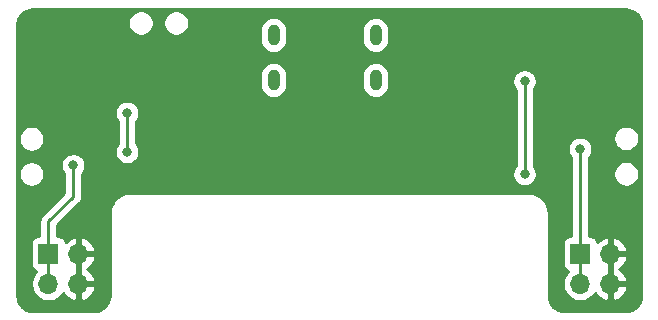
<source format=gbr>
G04 #@! TF.GenerationSoftware,KiCad,Pcbnew,(5.1.9-0-10_14)*
G04 #@! TF.CreationDate,2021-04-08T17:16:22-05:00*
G04 #@! TF.ProjectId,Power Helper,506f7765-7220-4486-956c-7065722e6b69,1*
G04 #@! TF.SameCoordinates,Original*
G04 #@! TF.FileFunction,Copper,L2,Bot*
G04 #@! TF.FilePolarity,Positive*
%FSLAX46Y46*%
G04 Gerber Fmt 4.6, Leading zero omitted, Abs format (unit mm)*
G04 Created by KiCad (PCBNEW (5.1.9-0-10_14)) date 2021-04-08 17:16:22*
%MOMM*%
%LPD*%
G01*
G04 APERTURE LIST*
G04 #@! TA.AperFunction,ComponentPad*
%ADD10O,1.000000X1.800000*%
G04 #@! TD*
G04 #@! TA.AperFunction,ComponentPad*
%ADD11O,1.700000X1.700000*%
G04 #@! TD*
G04 #@! TA.AperFunction,ComponentPad*
%ADD12R,1.700000X1.700000*%
G04 #@! TD*
G04 #@! TA.AperFunction,ViaPad*
%ADD13C,0.800000*%
G04 #@! TD*
G04 #@! TA.AperFunction,Conductor*
%ADD14C,0.250000*%
G04 #@! TD*
G04 #@! TA.AperFunction,Conductor*
%ADD15C,0.254000*%
G04 #@! TD*
G04 #@! TA.AperFunction,Conductor*
%ADD16C,0.100000*%
G04 #@! TD*
G04 APERTURE END LIST*
D10*
X147024000Y-91948000D03*
X138384000Y-91948000D03*
X147024000Y-88148000D03*
X138384000Y-88148000D03*
D11*
X121858000Y-109220000D03*
X119318000Y-109220000D03*
X121858000Y-106680000D03*
D12*
X119318000Y-106680000D03*
X164338000Y-106680000D03*
D11*
X166878000Y-106680000D03*
X164338000Y-109220000D03*
X166878000Y-109220000D03*
D13*
X159639000Y-92075000D03*
X159639000Y-99949000D03*
X125984000Y-94742000D03*
X125984000Y-98044000D03*
X149733000Y-95123000D03*
X162306000Y-94996000D03*
X119761000Y-89027000D03*
X121412000Y-99187000D03*
X164338000Y-97790000D03*
D14*
X159639000Y-92075000D02*
X159639000Y-99949000D01*
X125984000Y-94742000D02*
X125984000Y-98044000D01*
X121412000Y-101854000D02*
X121412000Y-99187000D01*
X119318000Y-103948000D02*
X121412000Y-101854000D01*
X119318000Y-106680000D02*
X119318000Y-103948000D01*
X119318000Y-106680000D02*
X119318000Y-109220000D01*
X164338000Y-97790000D02*
X164338000Y-106680000D01*
X164338000Y-106680000D02*
X164338000Y-109220000D01*
D15*
X168202062Y-85986001D02*
X168483020Y-86013549D01*
X168718712Y-86084709D01*
X168936088Y-86200290D01*
X169126878Y-86355895D01*
X169283809Y-86545592D01*
X169400907Y-86762159D01*
X169473709Y-86997345D01*
X169503000Y-87276029D01*
X169503001Y-110215041D01*
X169475451Y-110496019D01*
X169404291Y-110731712D01*
X169288711Y-110949087D01*
X169133106Y-111139877D01*
X168943407Y-111296810D01*
X168726842Y-111413907D01*
X168491656Y-111486709D01*
X168212972Y-111516000D01*
X162973955Y-111516000D01*
X162692979Y-111488451D01*
X162457293Y-111417292D01*
X162239911Y-111301709D01*
X162049120Y-111146103D01*
X161892189Y-110956408D01*
X161775094Y-110739843D01*
X161702291Y-110504656D01*
X161673000Y-110225972D01*
X161673000Y-105830000D01*
X162849928Y-105830000D01*
X162849928Y-107530000D01*
X162862188Y-107654482D01*
X162898498Y-107774180D01*
X162957463Y-107884494D01*
X163036815Y-107981185D01*
X163133506Y-108060537D01*
X163243820Y-108119502D01*
X163316380Y-108141513D01*
X163184525Y-108273368D01*
X163022010Y-108516589D01*
X162910068Y-108786842D01*
X162853000Y-109073740D01*
X162853000Y-109366260D01*
X162910068Y-109653158D01*
X163022010Y-109923411D01*
X163184525Y-110166632D01*
X163391368Y-110373475D01*
X163634589Y-110535990D01*
X163904842Y-110647932D01*
X164191740Y-110705000D01*
X164484260Y-110705000D01*
X164771158Y-110647932D01*
X165041411Y-110535990D01*
X165284632Y-110373475D01*
X165491475Y-110166632D01*
X165609100Y-109990594D01*
X165780412Y-110220269D01*
X165996645Y-110415178D01*
X166246748Y-110564157D01*
X166521109Y-110661481D01*
X166751000Y-110540814D01*
X166751000Y-109347000D01*
X167005000Y-109347000D01*
X167005000Y-110540814D01*
X167234891Y-110661481D01*
X167509252Y-110564157D01*
X167759355Y-110415178D01*
X167975588Y-110220269D01*
X168149641Y-109986920D01*
X168274825Y-109724099D01*
X168319476Y-109576890D01*
X168198155Y-109347000D01*
X167005000Y-109347000D01*
X166751000Y-109347000D01*
X166731000Y-109347000D01*
X166731000Y-109093000D01*
X166751000Y-109093000D01*
X166751000Y-106807000D01*
X167005000Y-106807000D01*
X167005000Y-109093000D01*
X168198155Y-109093000D01*
X168319476Y-108863110D01*
X168274825Y-108715901D01*
X168149641Y-108453080D01*
X167975588Y-108219731D01*
X167759355Y-108024822D01*
X167633745Y-107950000D01*
X167759355Y-107875178D01*
X167975588Y-107680269D01*
X168149641Y-107446920D01*
X168274825Y-107184099D01*
X168319476Y-107036890D01*
X168198155Y-106807000D01*
X167005000Y-106807000D01*
X166751000Y-106807000D01*
X166731000Y-106807000D01*
X166731000Y-106553000D01*
X166751000Y-106553000D01*
X166751000Y-105359186D01*
X167005000Y-105359186D01*
X167005000Y-106553000D01*
X168198155Y-106553000D01*
X168319476Y-106323110D01*
X168274825Y-106175901D01*
X168149641Y-105913080D01*
X167975588Y-105679731D01*
X167759355Y-105484822D01*
X167509252Y-105335843D01*
X167234891Y-105238519D01*
X167005000Y-105359186D01*
X166751000Y-105359186D01*
X166521109Y-105238519D01*
X166246748Y-105335843D01*
X165996645Y-105484822D01*
X165800498Y-105661626D01*
X165777502Y-105585820D01*
X165718537Y-105475506D01*
X165639185Y-105378815D01*
X165542494Y-105299463D01*
X165432180Y-105240498D01*
X165312482Y-105204188D01*
X165188000Y-105191928D01*
X165098000Y-105191928D01*
X165098000Y-99804078D01*
X167159940Y-99804078D01*
X167159940Y-100017722D01*
X167201620Y-100227260D01*
X167283378Y-100424641D01*
X167402072Y-100602280D01*
X167553140Y-100753348D01*
X167730779Y-100872042D01*
X167928160Y-100953800D01*
X168137698Y-100995480D01*
X168351342Y-100995480D01*
X168560880Y-100953800D01*
X168758261Y-100872042D01*
X168935900Y-100753348D01*
X169086968Y-100602280D01*
X169205662Y-100424641D01*
X169287420Y-100227260D01*
X169329100Y-100017722D01*
X169329100Y-99804078D01*
X169287420Y-99594540D01*
X169205662Y-99397159D01*
X169086968Y-99219520D01*
X168935900Y-99068452D01*
X168758261Y-98949758D01*
X168560880Y-98868000D01*
X168351342Y-98826320D01*
X168137698Y-98826320D01*
X167928160Y-98868000D01*
X167730779Y-98949758D01*
X167553140Y-99068452D01*
X167402072Y-99219520D01*
X167283378Y-99397159D01*
X167201620Y-99594540D01*
X167159940Y-99804078D01*
X165098000Y-99804078D01*
X165098000Y-98493711D01*
X165141937Y-98449774D01*
X165255205Y-98280256D01*
X165333226Y-98091898D01*
X165373000Y-97891939D01*
X165373000Y-97688061D01*
X165333226Y-97488102D01*
X165255205Y-97299744D01*
X165141937Y-97130226D01*
X164997774Y-96986063D01*
X164828256Y-96872795D01*
X164669120Y-96806878D01*
X167159940Y-96806878D01*
X167159940Y-97020522D01*
X167201620Y-97230060D01*
X167283378Y-97427441D01*
X167402072Y-97605080D01*
X167553140Y-97756148D01*
X167730779Y-97874842D01*
X167928160Y-97956600D01*
X168137698Y-97998280D01*
X168351342Y-97998280D01*
X168560880Y-97956600D01*
X168758261Y-97874842D01*
X168935900Y-97756148D01*
X169086968Y-97605080D01*
X169205662Y-97427441D01*
X169287420Y-97230060D01*
X169329100Y-97020522D01*
X169329100Y-96806878D01*
X169287420Y-96597340D01*
X169205662Y-96399959D01*
X169086968Y-96222320D01*
X168935900Y-96071252D01*
X168758261Y-95952558D01*
X168560880Y-95870800D01*
X168351342Y-95829120D01*
X168137698Y-95829120D01*
X167928160Y-95870800D01*
X167730779Y-95952558D01*
X167553140Y-96071252D01*
X167402072Y-96222320D01*
X167283378Y-96399959D01*
X167201620Y-96597340D01*
X167159940Y-96806878D01*
X164669120Y-96806878D01*
X164639898Y-96794774D01*
X164439939Y-96755000D01*
X164236061Y-96755000D01*
X164036102Y-96794774D01*
X163847744Y-96872795D01*
X163678226Y-96986063D01*
X163534063Y-97130226D01*
X163420795Y-97299744D01*
X163342774Y-97488102D01*
X163303000Y-97688061D01*
X163303000Y-97891939D01*
X163342774Y-98091898D01*
X163420795Y-98280256D01*
X163534063Y-98449774D01*
X163578000Y-98493711D01*
X163578001Y-105191928D01*
X163488000Y-105191928D01*
X163363518Y-105204188D01*
X163243820Y-105240498D01*
X163133506Y-105299463D01*
X163036815Y-105378815D01*
X162957463Y-105475506D01*
X162898498Y-105585820D01*
X162862188Y-105705518D01*
X162849928Y-105830000D01*
X161673000Y-105830000D01*
X161673000Y-103214895D01*
X161669907Y-103183496D01*
X161669950Y-103177402D01*
X161668949Y-103167188D01*
X161648548Y-102973091D01*
X161635155Y-102907843D01*
X161622671Y-102842402D01*
X161619705Y-102832577D01*
X161561993Y-102646139D01*
X161536175Y-102584720D01*
X161511223Y-102522962D01*
X161506405Y-102513901D01*
X161413580Y-102342224D01*
X161376315Y-102286977D01*
X161339850Y-102231252D01*
X161333364Y-102223299D01*
X161208960Y-102072921D01*
X161161654Y-102025944D01*
X161115083Y-101978387D01*
X161107176Y-101971845D01*
X160955934Y-101848495D01*
X160900415Y-101811608D01*
X160845480Y-101773994D01*
X160836453Y-101769112D01*
X160664131Y-101677487D01*
X160602504Y-101652086D01*
X160541311Y-101625859D01*
X160531508Y-101622824D01*
X160344672Y-101566415D01*
X160279280Y-101553467D01*
X160214164Y-101539626D01*
X160203958Y-101538553D01*
X160009724Y-101519508D01*
X160009723Y-101519508D01*
X159974105Y-101516000D01*
X126201895Y-101516000D01*
X126170496Y-101519093D01*
X126164402Y-101519050D01*
X126154188Y-101520051D01*
X125960091Y-101540452D01*
X125894843Y-101553845D01*
X125829402Y-101566329D01*
X125819577Y-101569295D01*
X125633139Y-101627007D01*
X125571720Y-101652825D01*
X125509962Y-101677777D01*
X125500901Y-101682595D01*
X125329224Y-101775420D01*
X125273977Y-101812685D01*
X125218252Y-101849150D01*
X125210299Y-101855636D01*
X125059921Y-101980040D01*
X125012944Y-102027346D01*
X124965387Y-102073917D01*
X124958845Y-102081824D01*
X124835495Y-102233066D01*
X124798608Y-102288585D01*
X124760994Y-102343520D01*
X124756112Y-102352547D01*
X124664487Y-102524869D01*
X124639086Y-102586496D01*
X124612859Y-102647689D01*
X124609824Y-102657492D01*
X124553415Y-102844328D01*
X124540467Y-102909720D01*
X124526626Y-102974836D01*
X124525553Y-102985042D01*
X124506692Y-103177402D01*
X124502999Y-103214896D01*
X124503000Y-110215053D01*
X124475451Y-110496021D01*
X124404291Y-110731712D01*
X124288711Y-110949088D01*
X124133104Y-111139879D01*
X123943408Y-111296811D01*
X123726843Y-111413906D01*
X123491656Y-111486709D01*
X123212972Y-111516000D01*
X117973956Y-111516000D01*
X117692979Y-111488450D01*
X117457286Y-111417290D01*
X117239911Y-111301710D01*
X117049122Y-111146106D01*
X116892191Y-110956408D01*
X116775091Y-110739838D01*
X116702290Y-110504657D01*
X116673000Y-110225975D01*
X116673000Y-105830000D01*
X117829928Y-105830000D01*
X117829928Y-107530000D01*
X117842188Y-107654482D01*
X117878498Y-107774180D01*
X117937463Y-107884494D01*
X118016815Y-107981185D01*
X118113506Y-108060537D01*
X118223820Y-108119502D01*
X118296380Y-108141513D01*
X118164525Y-108273368D01*
X118002010Y-108516589D01*
X117890068Y-108786842D01*
X117833000Y-109073740D01*
X117833000Y-109366260D01*
X117890068Y-109653158D01*
X118002010Y-109923411D01*
X118164525Y-110166632D01*
X118371368Y-110373475D01*
X118614589Y-110535990D01*
X118884842Y-110647932D01*
X119171740Y-110705000D01*
X119464260Y-110705000D01*
X119751158Y-110647932D01*
X120021411Y-110535990D01*
X120264632Y-110373475D01*
X120471475Y-110166632D01*
X120589100Y-109990594D01*
X120760412Y-110220269D01*
X120976645Y-110415178D01*
X121226748Y-110564157D01*
X121501109Y-110661481D01*
X121731000Y-110540814D01*
X121731000Y-109347000D01*
X121985000Y-109347000D01*
X121985000Y-110540814D01*
X122214891Y-110661481D01*
X122489252Y-110564157D01*
X122739355Y-110415178D01*
X122955588Y-110220269D01*
X123129641Y-109986920D01*
X123254825Y-109724099D01*
X123299476Y-109576890D01*
X123178155Y-109347000D01*
X121985000Y-109347000D01*
X121731000Y-109347000D01*
X121711000Y-109347000D01*
X121711000Y-109093000D01*
X121731000Y-109093000D01*
X121731000Y-106807000D01*
X121985000Y-106807000D01*
X121985000Y-109093000D01*
X123178155Y-109093000D01*
X123299476Y-108863110D01*
X123254825Y-108715901D01*
X123129641Y-108453080D01*
X122955588Y-108219731D01*
X122739355Y-108024822D01*
X122613745Y-107950000D01*
X122739355Y-107875178D01*
X122955588Y-107680269D01*
X123129641Y-107446920D01*
X123254825Y-107184099D01*
X123299476Y-107036890D01*
X123178155Y-106807000D01*
X121985000Y-106807000D01*
X121731000Y-106807000D01*
X121711000Y-106807000D01*
X121711000Y-106553000D01*
X121731000Y-106553000D01*
X121731000Y-105359186D01*
X121985000Y-105359186D01*
X121985000Y-106553000D01*
X123178155Y-106553000D01*
X123299476Y-106323110D01*
X123254825Y-106175901D01*
X123129641Y-105913080D01*
X122955588Y-105679731D01*
X122739355Y-105484822D01*
X122489252Y-105335843D01*
X122214891Y-105238519D01*
X121985000Y-105359186D01*
X121731000Y-105359186D01*
X121501109Y-105238519D01*
X121226748Y-105335843D01*
X120976645Y-105484822D01*
X120780498Y-105661626D01*
X120757502Y-105585820D01*
X120698537Y-105475506D01*
X120619185Y-105378815D01*
X120522494Y-105299463D01*
X120412180Y-105240498D01*
X120292482Y-105204188D01*
X120168000Y-105191928D01*
X120078000Y-105191928D01*
X120078000Y-104262801D01*
X121923004Y-102417798D01*
X121952001Y-102394001D01*
X122046974Y-102278276D01*
X122117546Y-102146247D01*
X122161003Y-102002986D01*
X122172000Y-101891333D01*
X122172000Y-101891324D01*
X122175676Y-101854001D01*
X122172000Y-101816678D01*
X122172000Y-99890711D01*
X122215937Y-99846774D01*
X122329205Y-99677256D01*
X122407226Y-99488898D01*
X122447000Y-99288939D01*
X122447000Y-99085061D01*
X122407226Y-98885102D01*
X122329205Y-98696744D01*
X122215937Y-98527226D01*
X122071774Y-98383063D01*
X121902256Y-98269795D01*
X121713898Y-98191774D01*
X121513939Y-98152000D01*
X121310061Y-98152000D01*
X121110102Y-98191774D01*
X120921744Y-98269795D01*
X120752226Y-98383063D01*
X120608063Y-98527226D01*
X120494795Y-98696744D01*
X120416774Y-98885102D01*
X120377000Y-99085061D01*
X120377000Y-99288939D01*
X120416774Y-99488898D01*
X120494795Y-99677256D01*
X120608063Y-99846774D01*
X120652001Y-99890712D01*
X120652000Y-101539198D01*
X118806998Y-103384201D01*
X118778000Y-103407999D01*
X118754202Y-103436997D01*
X118754201Y-103436998D01*
X118683026Y-103523724D01*
X118612454Y-103655754D01*
X118582180Y-103755558D01*
X118568998Y-103799014D01*
X118562819Y-103861752D01*
X118554324Y-103948000D01*
X118558001Y-103985332D01*
X118558001Y-105191928D01*
X118468000Y-105191928D01*
X118343518Y-105204188D01*
X118223820Y-105240498D01*
X118113506Y-105299463D01*
X118016815Y-105378815D01*
X117937463Y-105475506D01*
X117878498Y-105585820D01*
X117842188Y-105705518D01*
X117829928Y-105830000D01*
X116673000Y-105830000D01*
X116673000Y-99829478D01*
X116801900Y-99829478D01*
X116801900Y-100043122D01*
X116843580Y-100252660D01*
X116925338Y-100450041D01*
X117044032Y-100627680D01*
X117195100Y-100778748D01*
X117372739Y-100897442D01*
X117570120Y-100979200D01*
X117779658Y-101020880D01*
X117993302Y-101020880D01*
X118202840Y-100979200D01*
X118400221Y-100897442D01*
X118577860Y-100778748D01*
X118728928Y-100627680D01*
X118847622Y-100450041D01*
X118929380Y-100252660D01*
X118971060Y-100043122D01*
X118971060Y-99829478D01*
X118929380Y-99619940D01*
X118847622Y-99422559D01*
X118728928Y-99244920D01*
X118577860Y-99093852D01*
X118400221Y-98975158D01*
X118202840Y-98893400D01*
X117993302Y-98851720D01*
X117779658Y-98851720D01*
X117570120Y-98893400D01*
X117372739Y-98975158D01*
X117195100Y-99093852D01*
X117044032Y-99244920D01*
X116925338Y-99422559D01*
X116843580Y-99619940D01*
X116801900Y-99829478D01*
X116673000Y-99829478D01*
X116673000Y-96832278D01*
X116801900Y-96832278D01*
X116801900Y-97045922D01*
X116843580Y-97255460D01*
X116925338Y-97452841D01*
X117044032Y-97630480D01*
X117195100Y-97781548D01*
X117372739Y-97900242D01*
X117570120Y-97982000D01*
X117779658Y-98023680D01*
X117993302Y-98023680D01*
X118202840Y-97982000D01*
X118400221Y-97900242D01*
X118577860Y-97781548D01*
X118728928Y-97630480D01*
X118847622Y-97452841D01*
X118929380Y-97255460D01*
X118971060Y-97045922D01*
X118971060Y-96832278D01*
X118929380Y-96622740D01*
X118847622Y-96425359D01*
X118728928Y-96247720D01*
X118577860Y-96096652D01*
X118400221Y-95977958D01*
X118202840Y-95896200D01*
X117993302Y-95854520D01*
X117779658Y-95854520D01*
X117570120Y-95896200D01*
X117372739Y-95977958D01*
X117195100Y-96096652D01*
X117044032Y-96247720D01*
X116925338Y-96425359D01*
X116843580Y-96622740D01*
X116801900Y-96832278D01*
X116673000Y-96832278D01*
X116673000Y-94640061D01*
X124949000Y-94640061D01*
X124949000Y-94843939D01*
X124988774Y-95043898D01*
X125066795Y-95232256D01*
X125180063Y-95401774D01*
X125224000Y-95445711D01*
X125224001Y-97340288D01*
X125180063Y-97384226D01*
X125066795Y-97553744D01*
X124988774Y-97742102D01*
X124949000Y-97942061D01*
X124949000Y-98145939D01*
X124988774Y-98345898D01*
X125066795Y-98534256D01*
X125180063Y-98703774D01*
X125324226Y-98847937D01*
X125493744Y-98961205D01*
X125682102Y-99039226D01*
X125882061Y-99079000D01*
X126085939Y-99079000D01*
X126285898Y-99039226D01*
X126474256Y-98961205D01*
X126643774Y-98847937D01*
X126787937Y-98703774D01*
X126901205Y-98534256D01*
X126979226Y-98345898D01*
X127019000Y-98145939D01*
X127019000Y-97942061D01*
X126979226Y-97742102D01*
X126901205Y-97553744D01*
X126787937Y-97384226D01*
X126744000Y-97340289D01*
X126744000Y-95445711D01*
X126787937Y-95401774D01*
X126901205Y-95232256D01*
X126979226Y-95043898D01*
X127019000Y-94843939D01*
X127019000Y-94640061D01*
X126979226Y-94440102D01*
X126901205Y-94251744D01*
X126787937Y-94082226D01*
X126643774Y-93938063D01*
X126474256Y-93824795D01*
X126285898Y-93746774D01*
X126085939Y-93707000D01*
X125882061Y-93707000D01*
X125682102Y-93746774D01*
X125493744Y-93824795D01*
X125324226Y-93938063D01*
X125180063Y-94082226D01*
X125066795Y-94251744D01*
X124988774Y-94440102D01*
X124949000Y-94640061D01*
X116673000Y-94640061D01*
X116673000Y-91492248D01*
X137249000Y-91492248D01*
X137249000Y-92403751D01*
X137265423Y-92570498D01*
X137330324Y-92784446D01*
X137435716Y-92981623D01*
X137577551Y-93154449D01*
X137750377Y-93296284D01*
X137947553Y-93401676D01*
X138161501Y-93466577D01*
X138384000Y-93488491D01*
X138606498Y-93466577D01*
X138820446Y-93401676D01*
X139017623Y-93296284D01*
X139190449Y-93154449D01*
X139332284Y-92981623D01*
X139437676Y-92784447D01*
X139502577Y-92570499D01*
X139519000Y-92403752D01*
X139519000Y-91492249D01*
X139519000Y-91492248D01*
X145889000Y-91492248D01*
X145889000Y-92403751D01*
X145905423Y-92570498D01*
X145970324Y-92784446D01*
X146075716Y-92981623D01*
X146217551Y-93154449D01*
X146390377Y-93296284D01*
X146587553Y-93401676D01*
X146801501Y-93466577D01*
X147024000Y-93488491D01*
X147246498Y-93466577D01*
X147460446Y-93401676D01*
X147657623Y-93296284D01*
X147830449Y-93154449D01*
X147972284Y-92981623D01*
X148077676Y-92784447D01*
X148142577Y-92570499D01*
X148159000Y-92403752D01*
X148159000Y-91973061D01*
X158604000Y-91973061D01*
X158604000Y-92176939D01*
X158643774Y-92376898D01*
X158721795Y-92565256D01*
X158835063Y-92734774D01*
X158879000Y-92778711D01*
X158879001Y-99245288D01*
X158835063Y-99289226D01*
X158721795Y-99458744D01*
X158643774Y-99647102D01*
X158604000Y-99847061D01*
X158604000Y-100050939D01*
X158643774Y-100250898D01*
X158721795Y-100439256D01*
X158835063Y-100608774D01*
X158979226Y-100752937D01*
X159148744Y-100866205D01*
X159337102Y-100944226D01*
X159537061Y-100984000D01*
X159740939Y-100984000D01*
X159940898Y-100944226D01*
X160129256Y-100866205D01*
X160298774Y-100752937D01*
X160442937Y-100608774D01*
X160556205Y-100439256D01*
X160634226Y-100250898D01*
X160674000Y-100050939D01*
X160674000Y-99847061D01*
X160634226Y-99647102D01*
X160556205Y-99458744D01*
X160442937Y-99289226D01*
X160399000Y-99245289D01*
X160399000Y-92778711D01*
X160442937Y-92734774D01*
X160556205Y-92565256D01*
X160634226Y-92376898D01*
X160674000Y-92176939D01*
X160674000Y-91973061D01*
X160634226Y-91773102D01*
X160556205Y-91584744D01*
X160442937Y-91415226D01*
X160298774Y-91271063D01*
X160129256Y-91157795D01*
X159940898Y-91079774D01*
X159740939Y-91040000D01*
X159537061Y-91040000D01*
X159337102Y-91079774D01*
X159148744Y-91157795D01*
X158979226Y-91271063D01*
X158835063Y-91415226D01*
X158721795Y-91584744D01*
X158643774Y-91773102D01*
X158604000Y-91973061D01*
X148159000Y-91973061D01*
X148159000Y-91492249D01*
X148142577Y-91325502D01*
X148077676Y-91111553D01*
X147972284Y-90914377D01*
X147830449Y-90741551D01*
X147657623Y-90599716D01*
X147460447Y-90494324D01*
X147246499Y-90429423D01*
X147024000Y-90407509D01*
X146801502Y-90429423D01*
X146587554Y-90494324D01*
X146390378Y-90599716D01*
X146217552Y-90741551D01*
X146075717Y-90914377D01*
X145970324Y-91111553D01*
X145905423Y-91325501D01*
X145889000Y-91492248D01*
X139519000Y-91492248D01*
X139502577Y-91325502D01*
X139437676Y-91111553D01*
X139332284Y-90914377D01*
X139190449Y-90741551D01*
X139017623Y-90599716D01*
X138820447Y-90494324D01*
X138606499Y-90429423D01*
X138384000Y-90407509D01*
X138161502Y-90429423D01*
X137947554Y-90494324D01*
X137750378Y-90599716D01*
X137577552Y-90741551D01*
X137435717Y-90914377D01*
X137330324Y-91111553D01*
X137265423Y-91325501D01*
X137249000Y-91492248D01*
X116673000Y-91492248D01*
X116673000Y-87286936D01*
X116696657Y-87045658D01*
X126055120Y-87045658D01*
X126055120Y-87259302D01*
X126096800Y-87468840D01*
X126178558Y-87666221D01*
X126297252Y-87843860D01*
X126448320Y-87994928D01*
X126625959Y-88113622D01*
X126823340Y-88195380D01*
X127032878Y-88237060D01*
X127246522Y-88237060D01*
X127456060Y-88195380D01*
X127653441Y-88113622D01*
X127831080Y-87994928D01*
X127982148Y-87843860D01*
X128100842Y-87666221D01*
X128182600Y-87468840D01*
X128224280Y-87259302D01*
X128224280Y-87045658D01*
X129052320Y-87045658D01*
X129052320Y-87259302D01*
X129094000Y-87468840D01*
X129175758Y-87666221D01*
X129294452Y-87843860D01*
X129445520Y-87994928D01*
X129623159Y-88113622D01*
X129820540Y-88195380D01*
X130030078Y-88237060D01*
X130243722Y-88237060D01*
X130453260Y-88195380D01*
X130650641Y-88113622D01*
X130828280Y-87994928D01*
X130979348Y-87843860D01*
X131080651Y-87692248D01*
X137249000Y-87692248D01*
X137249000Y-88603751D01*
X137265423Y-88770498D01*
X137330324Y-88984446D01*
X137435716Y-89181623D01*
X137577551Y-89354449D01*
X137750377Y-89496284D01*
X137947553Y-89601676D01*
X138161501Y-89666577D01*
X138384000Y-89688491D01*
X138606498Y-89666577D01*
X138820446Y-89601676D01*
X139017623Y-89496284D01*
X139190449Y-89354449D01*
X139332284Y-89181623D01*
X139437676Y-88984447D01*
X139502577Y-88770499D01*
X139519000Y-88603752D01*
X139519000Y-87692249D01*
X139519000Y-87692248D01*
X145889000Y-87692248D01*
X145889000Y-88603751D01*
X145905423Y-88770498D01*
X145970324Y-88984446D01*
X146075716Y-89181623D01*
X146217551Y-89354449D01*
X146390377Y-89496284D01*
X146587553Y-89601676D01*
X146801501Y-89666577D01*
X147024000Y-89688491D01*
X147246498Y-89666577D01*
X147460446Y-89601676D01*
X147657623Y-89496284D01*
X147830449Y-89354449D01*
X147972284Y-89181623D01*
X148077676Y-88984447D01*
X148142577Y-88770499D01*
X148159000Y-88603752D01*
X148159000Y-87692249D01*
X148142577Y-87525502D01*
X148077676Y-87311553D01*
X147972284Y-87114377D01*
X147830449Y-86941551D01*
X147657623Y-86799716D01*
X147460447Y-86694324D01*
X147246499Y-86629423D01*
X147024000Y-86607509D01*
X146801502Y-86629423D01*
X146587554Y-86694324D01*
X146390378Y-86799716D01*
X146217552Y-86941551D01*
X146075717Y-87114377D01*
X145970324Y-87311553D01*
X145905423Y-87525501D01*
X145889000Y-87692248D01*
X139519000Y-87692248D01*
X139502577Y-87525502D01*
X139437676Y-87311553D01*
X139332284Y-87114377D01*
X139190449Y-86941551D01*
X139017623Y-86799716D01*
X138820447Y-86694324D01*
X138606499Y-86629423D01*
X138384000Y-86607509D01*
X138161502Y-86629423D01*
X137947554Y-86694324D01*
X137750378Y-86799716D01*
X137577552Y-86941551D01*
X137435717Y-87114377D01*
X137330324Y-87311553D01*
X137265423Y-87525501D01*
X137249000Y-87692248D01*
X131080651Y-87692248D01*
X131098042Y-87666221D01*
X131179800Y-87468840D01*
X131221480Y-87259302D01*
X131221480Y-87045658D01*
X131179800Y-86836120D01*
X131098042Y-86638739D01*
X130979348Y-86461100D01*
X130828280Y-86310032D01*
X130650641Y-86191338D01*
X130453260Y-86109580D01*
X130243722Y-86067900D01*
X130030078Y-86067900D01*
X129820540Y-86109580D01*
X129623159Y-86191338D01*
X129445520Y-86310032D01*
X129294452Y-86461100D01*
X129175758Y-86638739D01*
X129094000Y-86836120D01*
X129052320Y-87045658D01*
X128224280Y-87045658D01*
X128182600Y-86836120D01*
X128100842Y-86638739D01*
X127982148Y-86461100D01*
X127831080Y-86310032D01*
X127653441Y-86191338D01*
X127456060Y-86109580D01*
X127246522Y-86067900D01*
X127032878Y-86067900D01*
X126823340Y-86109580D01*
X126625959Y-86191338D01*
X126448320Y-86310032D01*
X126297252Y-86461100D01*
X126178558Y-86638739D01*
X126096800Y-86836120D01*
X126055120Y-87045658D01*
X116696657Y-87045658D01*
X116700548Y-87005978D01*
X116771707Y-86770287D01*
X116887290Y-86552910D01*
X117042894Y-86362121D01*
X117232592Y-86205188D01*
X117449157Y-86088093D01*
X117684344Y-86015290D01*
X117963034Y-85985999D01*
X168202062Y-85986001D01*
G04 #@! TA.AperFunction,Conductor*
D16*
G36*
X168202062Y-85986001D02*
G01*
X168483020Y-86013549D01*
X168718712Y-86084709D01*
X168936088Y-86200290D01*
X169126878Y-86355895D01*
X169283809Y-86545592D01*
X169400907Y-86762159D01*
X169473709Y-86997345D01*
X169503000Y-87276029D01*
X169503001Y-110215041D01*
X169475451Y-110496019D01*
X169404291Y-110731712D01*
X169288711Y-110949087D01*
X169133106Y-111139877D01*
X168943407Y-111296810D01*
X168726842Y-111413907D01*
X168491656Y-111486709D01*
X168212972Y-111516000D01*
X162973955Y-111516000D01*
X162692979Y-111488451D01*
X162457293Y-111417292D01*
X162239911Y-111301709D01*
X162049120Y-111146103D01*
X161892189Y-110956408D01*
X161775094Y-110739843D01*
X161702291Y-110504656D01*
X161673000Y-110225972D01*
X161673000Y-105830000D01*
X162849928Y-105830000D01*
X162849928Y-107530000D01*
X162862188Y-107654482D01*
X162898498Y-107774180D01*
X162957463Y-107884494D01*
X163036815Y-107981185D01*
X163133506Y-108060537D01*
X163243820Y-108119502D01*
X163316380Y-108141513D01*
X163184525Y-108273368D01*
X163022010Y-108516589D01*
X162910068Y-108786842D01*
X162853000Y-109073740D01*
X162853000Y-109366260D01*
X162910068Y-109653158D01*
X163022010Y-109923411D01*
X163184525Y-110166632D01*
X163391368Y-110373475D01*
X163634589Y-110535990D01*
X163904842Y-110647932D01*
X164191740Y-110705000D01*
X164484260Y-110705000D01*
X164771158Y-110647932D01*
X165041411Y-110535990D01*
X165284632Y-110373475D01*
X165491475Y-110166632D01*
X165609100Y-109990594D01*
X165780412Y-110220269D01*
X165996645Y-110415178D01*
X166246748Y-110564157D01*
X166521109Y-110661481D01*
X166751000Y-110540814D01*
X166751000Y-109347000D01*
X167005000Y-109347000D01*
X167005000Y-110540814D01*
X167234891Y-110661481D01*
X167509252Y-110564157D01*
X167759355Y-110415178D01*
X167975588Y-110220269D01*
X168149641Y-109986920D01*
X168274825Y-109724099D01*
X168319476Y-109576890D01*
X168198155Y-109347000D01*
X167005000Y-109347000D01*
X166751000Y-109347000D01*
X166731000Y-109347000D01*
X166731000Y-109093000D01*
X166751000Y-109093000D01*
X166751000Y-106807000D01*
X167005000Y-106807000D01*
X167005000Y-109093000D01*
X168198155Y-109093000D01*
X168319476Y-108863110D01*
X168274825Y-108715901D01*
X168149641Y-108453080D01*
X167975588Y-108219731D01*
X167759355Y-108024822D01*
X167633745Y-107950000D01*
X167759355Y-107875178D01*
X167975588Y-107680269D01*
X168149641Y-107446920D01*
X168274825Y-107184099D01*
X168319476Y-107036890D01*
X168198155Y-106807000D01*
X167005000Y-106807000D01*
X166751000Y-106807000D01*
X166731000Y-106807000D01*
X166731000Y-106553000D01*
X166751000Y-106553000D01*
X166751000Y-105359186D01*
X167005000Y-105359186D01*
X167005000Y-106553000D01*
X168198155Y-106553000D01*
X168319476Y-106323110D01*
X168274825Y-106175901D01*
X168149641Y-105913080D01*
X167975588Y-105679731D01*
X167759355Y-105484822D01*
X167509252Y-105335843D01*
X167234891Y-105238519D01*
X167005000Y-105359186D01*
X166751000Y-105359186D01*
X166521109Y-105238519D01*
X166246748Y-105335843D01*
X165996645Y-105484822D01*
X165800498Y-105661626D01*
X165777502Y-105585820D01*
X165718537Y-105475506D01*
X165639185Y-105378815D01*
X165542494Y-105299463D01*
X165432180Y-105240498D01*
X165312482Y-105204188D01*
X165188000Y-105191928D01*
X165098000Y-105191928D01*
X165098000Y-99804078D01*
X167159940Y-99804078D01*
X167159940Y-100017722D01*
X167201620Y-100227260D01*
X167283378Y-100424641D01*
X167402072Y-100602280D01*
X167553140Y-100753348D01*
X167730779Y-100872042D01*
X167928160Y-100953800D01*
X168137698Y-100995480D01*
X168351342Y-100995480D01*
X168560880Y-100953800D01*
X168758261Y-100872042D01*
X168935900Y-100753348D01*
X169086968Y-100602280D01*
X169205662Y-100424641D01*
X169287420Y-100227260D01*
X169329100Y-100017722D01*
X169329100Y-99804078D01*
X169287420Y-99594540D01*
X169205662Y-99397159D01*
X169086968Y-99219520D01*
X168935900Y-99068452D01*
X168758261Y-98949758D01*
X168560880Y-98868000D01*
X168351342Y-98826320D01*
X168137698Y-98826320D01*
X167928160Y-98868000D01*
X167730779Y-98949758D01*
X167553140Y-99068452D01*
X167402072Y-99219520D01*
X167283378Y-99397159D01*
X167201620Y-99594540D01*
X167159940Y-99804078D01*
X165098000Y-99804078D01*
X165098000Y-98493711D01*
X165141937Y-98449774D01*
X165255205Y-98280256D01*
X165333226Y-98091898D01*
X165373000Y-97891939D01*
X165373000Y-97688061D01*
X165333226Y-97488102D01*
X165255205Y-97299744D01*
X165141937Y-97130226D01*
X164997774Y-96986063D01*
X164828256Y-96872795D01*
X164669120Y-96806878D01*
X167159940Y-96806878D01*
X167159940Y-97020522D01*
X167201620Y-97230060D01*
X167283378Y-97427441D01*
X167402072Y-97605080D01*
X167553140Y-97756148D01*
X167730779Y-97874842D01*
X167928160Y-97956600D01*
X168137698Y-97998280D01*
X168351342Y-97998280D01*
X168560880Y-97956600D01*
X168758261Y-97874842D01*
X168935900Y-97756148D01*
X169086968Y-97605080D01*
X169205662Y-97427441D01*
X169287420Y-97230060D01*
X169329100Y-97020522D01*
X169329100Y-96806878D01*
X169287420Y-96597340D01*
X169205662Y-96399959D01*
X169086968Y-96222320D01*
X168935900Y-96071252D01*
X168758261Y-95952558D01*
X168560880Y-95870800D01*
X168351342Y-95829120D01*
X168137698Y-95829120D01*
X167928160Y-95870800D01*
X167730779Y-95952558D01*
X167553140Y-96071252D01*
X167402072Y-96222320D01*
X167283378Y-96399959D01*
X167201620Y-96597340D01*
X167159940Y-96806878D01*
X164669120Y-96806878D01*
X164639898Y-96794774D01*
X164439939Y-96755000D01*
X164236061Y-96755000D01*
X164036102Y-96794774D01*
X163847744Y-96872795D01*
X163678226Y-96986063D01*
X163534063Y-97130226D01*
X163420795Y-97299744D01*
X163342774Y-97488102D01*
X163303000Y-97688061D01*
X163303000Y-97891939D01*
X163342774Y-98091898D01*
X163420795Y-98280256D01*
X163534063Y-98449774D01*
X163578000Y-98493711D01*
X163578001Y-105191928D01*
X163488000Y-105191928D01*
X163363518Y-105204188D01*
X163243820Y-105240498D01*
X163133506Y-105299463D01*
X163036815Y-105378815D01*
X162957463Y-105475506D01*
X162898498Y-105585820D01*
X162862188Y-105705518D01*
X162849928Y-105830000D01*
X161673000Y-105830000D01*
X161673000Y-103214895D01*
X161669907Y-103183496D01*
X161669950Y-103177402D01*
X161668949Y-103167188D01*
X161648548Y-102973091D01*
X161635155Y-102907843D01*
X161622671Y-102842402D01*
X161619705Y-102832577D01*
X161561993Y-102646139D01*
X161536175Y-102584720D01*
X161511223Y-102522962D01*
X161506405Y-102513901D01*
X161413580Y-102342224D01*
X161376315Y-102286977D01*
X161339850Y-102231252D01*
X161333364Y-102223299D01*
X161208960Y-102072921D01*
X161161654Y-102025944D01*
X161115083Y-101978387D01*
X161107176Y-101971845D01*
X160955934Y-101848495D01*
X160900415Y-101811608D01*
X160845480Y-101773994D01*
X160836453Y-101769112D01*
X160664131Y-101677487D01*
X160602504Y-101652086D01*
X160541311Y-101625859D01*
X160531508Y-101622824D01*
X160344672Y-101566415D01*
X160279280Y-101553467D01*
X160214164Y-101539626D01*
X160203958Y-101538553D01*
X160009724Y-101519508D01*
X160009723Y-101519508D01*
X159974105Y-101516000D01*
X126201895Y-101516000D01*
X126170496Y-101519093D01*
X126164402Y-101519050D01*
X126154188Y-101520051D01*
X125960091Y-101540452D01*
X125894843Y-101553845D01*
X125829402Y-101566329D01*
X125819577Y-101569295D01*
X125633139Y-101627007D01*
X125571720Y-101652825D01*
X125509962Y-101677777D01*
X125500901Y-101682595D01*
X125329224Y-101775420D01*
X125273977Y-101812685D01*
X125218252Y-101849150D01*
X125210299Y-101855636D01*
X125059921Y-101980040D01*
X125012944Y-102027346D01*
X124965387Y-102073917D01*
X124958845Y-102081824D01*
X124835495Y-102233066D01*
X124798608Y-102288585D01*
X124760994Y-102343520D01*
X124756112Y-102352547D01*
X124664487Y-102524869D01*
X124639086Y-102586496D01*
X124612859Y-102647689D01*
X124609824Y-102657492D01*
X124553415Y-102844328D01*
X124540467Y-102909720D01*
X124526626Y-102974836D01*
X124525553Y-102985042D01*
X124506692Y-103177402D01*
X124502999Y-103214896D01*
X124503000Y-110215053D01*
X124475451Y-110496021D01*
X124404291Y-110731712D01*
X124288711Y-110949088D01*
X124133104Y-111139879D01*
X123943408Y-111296811D01*
X123726843Y-111413906D01*
X123491656Y-111486709D01*
X123212972Y-111516000D01*
X117973956Y-111516000D01*
X117692979Y-111488450D01*
X117457286Y-111417290D01*
X117239911Y-111301710D01*
X117049122Y-111146106D01*
X116892191Y-110956408D01*
X116775091Y-110739838D01*
X116702290Y-110504657D01*
X116673000Y-110225975D01*
X116673000Y-105830000D01*
X117829928Y-105830000D01*
X117829928Y-107530000D01*
X117842188Y-107654482D01*
X117878498Y-107774180D01*
X117937463Y-107884494D01*
X118016815Y-107981185D01*
X118113506Y-108060537D01*
X118223820Y-108119502D01*
X118296380Y-108141513D01*
X118164525Y-108273368D01*
X118002010Y-108516589D01*
X117890068Y-108786842D01*
X117833000Y-109073740D01*
X117833000Y-109366260D01*
X117890068Y-109653158D01*
X118002010Y-109923411D01*
X118164525Y-110166632D01*
X118371368Y-110373475D01*
X118614589Y-110535990D01*
X118884842Y-110647932D01*
X119171740Y-110705000D01*
X119464260Y-110705000D01*
X119751158Y-110647932D01*
X120021411Y-110535990D01*
X120264632Y-110373475D01*
X120471475Y-110166632D01*
X120589100Y-109990594D01*
X120760412Y-110220269D01*
X120976645Y-110415178D01*
X121226748Y-110564157D01*
X121501109Y-110661481D01*
X121731000Y-110540814D01*
X121731000Y-109347000D01*
X121985000Y-109347000D01*
X121985000Y-110540814D01*
X122214891Y-110661481D01*
X122489252Y-110564157D01*
X122739355Y-110415178D01*
X122955588Y-110220269D01*
X123129641Y-109986920D01*
X123254825Y-109724099D01*
X123299476Y-109576890D01*
X123178155Y-109347000D01*
X121985000Y-109347000D01*
X121731000Y-109347000D01*
X121711000Y-109347000D01*
X121711000Y-109093000D01*
X121731000Y-109093000D01*
X121731000Y-106807000D01*
X121985000Y-106807000D01*
X121985000Y-109093000D01*
X123178155Y-109093000D01*
X123299476Y-108863110D01*
X123254825Y-108715901D01*
X123129641Y-108453080D01*
X122955588Y-108219731D01*
X122739355Y-108024822D01*
X122613745Y-107950000D01*
X122739355Y-107875178D01*
X122955588Y-107680269D01*
X123129641Y-107446920D01*
X123254825Y-107184099D01*
X123299476Y-107036890D01*
X123178155Y-106807000D01*
X121985000Y-106807000D01*
X121731000Y-106807000D01*
X121711000Y-106807000D01*
X121711000Y-106553000D01*
X121731000Y-106553000D01*
X121731000Y-105359186D01*
X121985000Y-105359186D01*
X121985000Y-106553000D01*
X123178155Y-106553000D01*
X123299476Y-106323110D01*
X123254825Y-106175901D01*
X123129641Y-105913080D01*
X122955588Y-105679731D01*
X122739355Y-105484822D01*
X122489252Y-105335843D01*
X122214891Y-105238519D01*
X121985000Y-105359186D01*
X121731000Y-105359186D01*
X121501109Y-105238519D01*
X121226748Y-105335843D01*
X120976645Y-105484822D01*
X120780498Y-105661626D01*
X120757502Y-105585820D01*
X120698537Y-105475506D01*
X120619185Y-105378815D01*
X120522494Y-105299463D01*
X120412180Y-105240498D01*
X120292482Y-105204188D01*
X120168000Y-105191928D01*
X120078000Y-105191928D01*
X120078000Y-104262801D01*
X121923004Y-102417798D01*
X121952001Y-102394001D01*
X122046974Y-102278276D01*
X122117546Y-102146247D01*
X122161003Y-102002986D01*
X122172000Y-101891333D01*
X122172000Y-101891324D01*
X122175676Y-101854001D01*
X122172000Y-101816678D01*
X122172000Y-99890711D01*
X122215937Y-99846774D01*
X122329205Y-99677256D01*
X122407226Y-99488898D01*
X122447000Y-99288939D01*
X122447000Y-99085061D01*
X122407226Y-98885102D01*
X122329205Y-98696744D01*
X122215937Y-98527226D01*
X122071774Y-98383063D01*
X121902256Y-98269795D01*
X121713898Y-98191774D01*
X121513939Y-98152000D01*
X121310061Y-98152000D01*
X121110102Y-98191774D01*
X120921744Y-98269795D01*
X120752226Y-98383063D01*
X120608063Y-98527226D01*
X120494795Y-98696744D01*
X120416774Y-98885102D01*
X120377000Y-99085061D01*
X120377000Y-99288939D01*
X120416774Y-99488898D01*
X120494795Y-99677256D01*
X120608063Y-99846774D01*
X120652001Y-99890712D01*
X120652000Y-101539198D01*
X118806998Y-103384201D01*
X118778000Y-103407999D01*
X118754202Y-103436997D01*
X118754201Y-103436998D01*
X118683026Y-103523724D01*
X118612454Y-103655754D01*
X118582180Y-103755558D01*
X118568998Y-103799014D01*
X118562819Y-103861752D01*
X118554324Y-103948000D01*
X118558001Y-103985332D01*
X118558001Y-105191928D01*
X118468000Y-105191928D01*
X118343518Y-105204188D01*
X118223820Y-105240498D01*
X118113506Y-105299463D01*
X118016815Y-105378815D01*
X117937463Y-105475506D01*
X117878498Y-105585820D01*
X117842188Y-105705518D01*
X117829928Y-105830000D01*
X116673000Y-105830000D01*
X116673000Y-99829478D01*
X116801900Y-99829478D01*
X116801900Y-100043122D01*
X116843580Y-100252660D01*
X116925338Y-100450041D01*
X117044032Y-100627680D01*
X117195100Y-100778748D01*
X117372739Y-100897442D01*
X117570120Y-100979200D01*
X117779658Y-101020880D01*
X117993302Y-101020880D01*
X118202840Y-100979200D01*
X118400221Y-100897442D01*
X118577860Y-100778748D01*
X118728928Y-100627680D01*
X118847622Y-100450041D01*
X118929380Y-100252660D01*
X118971060Y-100043122D01*
X118971060Y-99829478D01*
X118929380Y-99619940D01*
X118847622Y-99422559D01*
X118728928Y-99244920D01*
X118577860Y-99093852D01*
X118400221Y-98975158D01*
X118202840Y-98893400D01*
X117993302Y-98851720D01*
X117779658Y-98851720D01*
X117570120Y-98893400D01*
X117372739Y-98975158D01*
X117195100Y-99093852D01*
X117044032Y-99244920D01*
X116925338Y-99422559D01*
X116843580Y-99619940D01*
X116801900Y-99829478D01*
X116673000Y-99829478D01*
X116673000Y-96832278D01*
X116801900Y-96832278D01*
X116801900Y-97045922D01*
X116843580Y-97255460D01*
X116925338Y-97452841D01*
X117044032Y-97630480D01*
X117195100Y-97781548D01*
X117372739Y-97900242D01*
X117570120Y-97982000D01*
X117779658Y-98023680D01*
X117993302Y-98023680D01*
X118202840Y-97982000D01*
X118400221Y-97900242D01*
X118577860Y-97781548D01*
X118728928Y-97630480D01*
X118847622Y-97452841D01*
X118929380Y-97255460D01*
X118971060Y-97045922D01*
X118971060Y-96832278D01*
X118929380Y-96622740D01*
X118847622Y-96425359D01*
X118728928Y-96247720D01*
X118577860Y-96096652D01*
X118400221Y-95977958D01*
X118202840Y-95896200D01*
X117993302Y-95854520D01*
X117779658Y-95854520D01*
X117570120Y-95896200D01*
X117372739Y-95977958D01*
X117195100Y-96096652D01*
X117044032Y-96247720D01*
X116925338Y-96425359D01*
X116843580Y-96622740D01*
X116801900Y-96832278D01*
X116673000Y-96832278D01*
X116673000Y-94640061D01*
X124949000Y-94640061D01*
X124949000Y-94843939D01*
X124988774Y-95043898D01*
X125066795Y-95232256D01*
X125180063Y-95401774D01*
X125224000Y-95445711D01*
X125224001Y-97340288D01*
X125180063Y-97384226D01*
X125066795Y-97553744D01*
X124988774Y-97742102D01*
X124949000Y-97942061D01*
X124949000Y-98145939D01*
X124988774Y-98345898D01*
X125066795Y-98534256D01*
X125180063Y-98703774D01*
X125324226Y-98847937D01*
X125493744Y-98961205D01*
X125682102Y-99039226D01*
X125882061Y-99079000D01*
X126085939Y-99079000D01*
X126285898Y-99039226D01*
X126474256Y-98961205D01*
X126643774Y-98847937D01*
X126787937Y-98703774D01*
X126901205Y-98534256D01*
X126979226Y-98345898D01*
X127019000Y-98145939D01*
X127019000Y-97942061D01*
X126979226Y-97742102D01*
X126901205Y-97553744D01*
X126787937Y-97384226D01*
X126744000Y-97340289D01*
X126744000Y-95445711D01*
X126787937Y-95401774D01*
X126901205Y-95232256D01*
X126979226Y-95043898D01*
X127019000Y-94843939D01*
X127019000Y-94640061D01*
X126979226Y-94440102D01*
X126901205Y-94251744D01*
X126787937Y-94082226D01*
X126643774Y-93938063D01*
X126474256Y-93824795D01*
X126285898Y-93746774D01*
X126085939Y-93707000D01*
X125882061Y-93707000D01*
X125682102Y-93746774D01*
X125493744Y-93824795D01*
X125324226Y-93938063D01*
X125180063Y-94082226D01*
X125066795Y-94251744D01*
X124988774Y-94440102D01*
X124949000Y-94640061D01*
X116673000Y-94640061D01*
X116673000Y-91492248D01*
X137249000Y-91492248D01*
X137249000Y-92403751D01*
X137265423Y-92570498D01*
X137330324Y-92784446D01*
X137435716Y-92981623D01*
X137577551Y-93154449D01*
X137750377Y-93296284D01*
X137947553Y-93401676D01*
X138161501Y-93466577D01*
X138384000Y-93488491D01*
X138606498Y-93466577D01*
X138820446Y-93401676D01*
X139017623Y-93296284D01*
X139190449Y-93154449D01*
X139332284Y-92981623D01*
X139437676Y-92784447D01*
X139502577Y-92570499D01*
X139519000Y-92403752D01*
X139519000Y-91492249D01*
X139519000Y-91492248D01*
X145889000Y-91492248D01*
X145889000Y-92403751D01*
X145905423Y-92570498D01*
X145970324Y-92784446D01*
X146075716Y-92981623D01*
X146217551Y-93154449D01*
X146390377Y-93296284D01*
X146587553Y-93401676D01*
X146801501Y-93466577D01*
X147024000Y-93488491D01*
X147246498Y-93466577D01*
X147460446Y-93401676D01*
X147657623Y-93296284D01*
X147830449Y-93154449D01*
X147972284Y-92981623D01*
X148077676Y-92784447D01*
X148142577Y-92570499D01*
X148159000Y-92403752D01*
X148159000Y-91973061D01*
X158604000Y-91973061D01*
X158604000Y-92176939D01*
X158643774Y-92376898D01*
X158721795Y-92565256D01*
X158835063Y-92734774D01*
X158879000Y-92778711D01*
X158879001Y-99245288D01*
X158835063Y-99289226D01*
X158721795Y-99458744D01*
X158643774Y-99647102D01*
X158604000Y-99847061D01*
X158604000Y-100050939D01*
X158643774Y-100250898D01*
X158721795Y-100439256D01*
X158835063Y-100608774D01*
X158979226Y-100752937D01*
X159148744Y-100866205D01*
X159337102Y-100944226D01*
X159537061Y-100984000D01*
X159740939Y-100984000D01*
X159940898Y-100944226D01*
X160129256Y-100866205D01*
X160298774Y-100752937D01*
X160442937Y-100608774D01*
X160556205Y-100439256D01*
X160634226Y-100250898D01*
X160674000Y-100050939D01*
X160674000Y-99847061D01*
X160634226Y-99647102D01*
X160556205Y-99458744D01*
X160442937Y-99289226D01*
X160399000Y-99245289D01*
X160399000Y-92778711D01*
X160442937Y-92734774D01*
X160556205Y-92565256D01*
X160634226Y-92376898D01*
X160674000Y-92176939D01*
X160674000Y-91973061D01*
X160634226Y-91773102D01*
X160556205Y-91584744D01*
X160442937Y-91415226D01*
X160298774Y-91271063D01*
X160129256Y-91157795D01*
X159940898Y-91079774D01*
X159740939Y-91040000D01*
X159537061Y-91040000D01*
X159337102Y-91079774D01*
X159148744Y-91157795D01*
X158979226Y-91271063D01*
X158835063Y-91415226D01*
X158721795Y-91584744D01*
X158643774Y-91773102D01*
X158604000Y-91973061D01*
X148159000Y-91973061D01*
X148159000Y-91492249D01*
X148142577Y-91325502D01*
X148077676Y-91111553D01*
X147972284Y-90914377D01*
X147830449Y-90741551D01*
X147657623Y-90599716D01*
X147460447Y-90494324D01*
X147246499Y-90429423D01*
X147024000Y-90407509D01*
X146801502Y-90429423D01*
X146587554Y-90494324D01*
X146390378Y-90599716D01*
X146217552Y-90741551D01*
X146075717Y-90914377D01*
X145970324Y-91111553D01*
X145905423Y-91325501D01*
X145889000Y-91492248D01*
X139519000Y-91492248D01*
X139502577Y-91325502D01*
X139437676Y-91111553D01*
X139332284Y-90914377D01*
X139190449Y-90741551D01*
X139017623Y-90599716D01*
X138820447Y-90494324D01*
X138606499Y-90429423D01*
X138384000Y-90407509D01*
X138161502Y-90429423D01*
X137947554Y-90494324D01*
X137750378Y-90599716D01*
X137577552Y-90741551D01*
X137435717Y-90914377D01*
X137330324Y-91111553D01*
X137265423Y-91325501D01*
X137249000Y-91492248D01*
X116673000Y-91492248D01*
X116673000Y-87286936D01*
X116696657Y-87045658D01*
X126055120Y-87045658D01*
X126055120Y-87259302D01*
X126096800Y-87468840D01*
X126178558Y-87666221D01*
X126297252Y-87843860D01*
X126448320Y-87994928D01*
X126625959Y-88113622D01*
X126823340Y-88195380D01*
X127032878Y-88237060D01*
X127246522Y-88237060D01*
X127456060Y-88195380D01*
X127653441Y-88113622D01*
X127831080Y-87994928D01*
X127982148Y-87843860D01*
X128100842Y-87666221D01*
X128182600Y-87468840D01*
X128224280Y-87259302D01*
X128224280Y-87045658D01*
X129052320Y-87045658D01*
X129052320Y-87259302D01*
X129094000Y-87468840D01*
X129175758Y-87666221D01*
X129294452Y-87843860D01*
X129445520Y-87994928D01*
X129623159Y-88113622D01*
X129820540Y-88195380D01*
X130030078Y-88237060D01*
X130243722Y-88237060D01*
X130453260Y-88195380D01*
X130650641Y-88113622D01*
X130828280Y-87994928D01*
X130979348Y-87843860D01*
X131080651Y-87692248D01*
X137249000Y-87692248D01*
X137249000Y-88603751D01*
X137265423Y-88770498D01*
X137330324Y-88984446D01*
X137435716Y-89181623D01*
X137577551Y-89354449D01*
X137750377Y-89496284D01*
X137947553Y-89601676D01*
X138161501Y-89666577D01*
X138384000Y-89688491D01*
X138606498Y-89666577D01*
X138820446Y-89601676D01*
X139017623Y-89496284D01*
X139190449Y-89354449D01*
X139332284Y-89181623D01*
X139437676Y-88984447D01*
X139502577Y-88770499D01*
X139519000Y-88603752D01*
X139519000Y-87692249D01*
X139519000Y-87692248D01*
X145889000Y-87692248D01*
X145889000Y-88603751D01*
X145905423Y-88770498D01*
X145970324Y-88984446D01*
X146075716Y-89181623D01*
X146217551Y-89354449D01*
X146390377Y-89496284D01*
X146587553Y-89601676D01*
X146801501Y-89666577D01*
X147024000Y-89688491D01*
X147246498Y-89666577D01*
X147460446Y-89601676D01*
X147657623Y-89496284D01*
X147830449Y-89354449D01*
X147972284Y-89181623D01*
X148077676Y-88984447D01*
X148142577Y-88770499D01*
X148159000Y-88603752D01*
X148159000Y-87692249D01*
X148142577Y-87525502D01*
X148077676Y-87311553D01*
X147972284Y-87114377D01*
X147830449Y-86941551D01*
X147657623Y-86799716D01*
X147460447Y-86694324D01*
X147246499Y-86629423D01*
X147024000Y-86607509D01*
X146801502Y-86629423D01*
X146587554Y-86694324D01*
X146390378Y-86799716D01*
X146217552Y-86941551D01*
X146075717Y-87114377D01*
X145970324Y-87311553D01*
X145905423Y-87525501D01*
X145889000Y-87692248D01*
X139519000Y-87692248D01*
X139502577Y-87525502D01*
X139437676Y-87311553D01*
X139332284Y-87114377D01*
X139190449Y-86941551D01*
X139017623Y-86799716D01*
X138820447Y-86694324D01*
X138606499Y-86629423D01*
X138384000Y-86607509D01*
X138161502Y-86629423D01*
X137947554Y-86694324D01*
X137750378Y-86799716D01*
X137577552Y-86941551D01*
X137435717Y-87114377D01*
X137330324Y-87311553D01*
X137265423Y-87525501D01*
X137249000Y-87692248D01*
X131080651Y-87692248D01*
X131098042Y-87666221D01*
X131179800Y-87468840D01*
X131221480Y-87259302D01*
X131221480Y-87045658D01*
X131179800Y-86836120D01*
X131098042Y-86638739D01*
X130979348Y-86461100D01*
X130828280Y-86310032D01*
X130650641Y-86191338D01*
X130453260Y-86109580D01*
X130243722Y-86067900D01*
X130030078Y-86067900D01*
X129820540Y-86109580D01*
X129623159Y-86191338D01*
X129445520Y-86310032D01*
X129294452Y-86461100D01*
X129175758Y-86638739D01*
X129094000Y-86836120D01*
X129052320Y-87045658D01*
X128224280Y-87045658D01*
X128182600Y-86836120D01*
X128100842Y-86638739D01*
X127982148Y-86461100D01*
X127831080Y-86310032D01*
X127653441Y-86191338D01*
X127456060Y-86109580D01*
X127246522Y-86067900D01*
X127032878Y-86067900D01*
X126823340Y-86109580D01*
X126625959Y-86191338D01*
X126448320Y-86310032D01*
X126297252Y-86461100D01*
X126178558Y-86638739D01*
X126096800Y-86836120D01*
X126055120Y-87045658D01*
X116696657Y-87045658D01*
X116700548Y-87005978D01*
X116771707Y-86770287D01*
X116887290Y-86552910D01*
X117042894Y-86362121D01*
X117232592Y-86205188D01*
X117449157Y-86088093D01*
X117684344Y-86015290D01*
X117963034Y-85985999D01*
X168202062Y-85986001D01*
G37*
G04 #@! TD.AperFunction*
M02*

</source>
